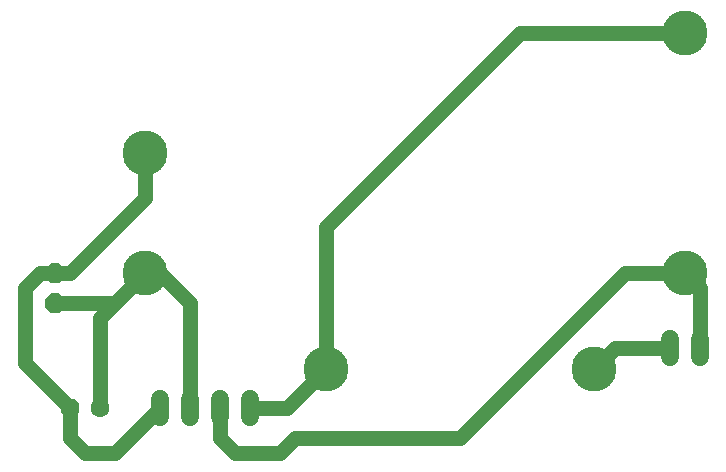
<source format=gbl>
G75*
%MOIN*%
%OFA0B0*%
%FSLAX25Y25*%
%IPPOS*%
%LPD*%
%AMOC8*
5,1,8,0,0,1.08239X$1,22.5*
%
%ADD10OC8,0.06600*%
%ADD11OC8,0.06300*%
%ADD12C,0.06300*%
%ADD13C,0.15000*%
%ADD14C,0.05937*%
%ADD15C,0.05000*%
D10*
X0016000Y0056000D03*
X0016000Y0066000D03*
D11*
X0021000Y0021000D03*
D12*
X0031000Y0021000D03*
D13*
X0046000Y0066000D03*
X0046000Y0106000D03*
X0106512Y0034110D03*
X0195882Y0034110D03*
X0226000Y0066000D03*
X0226000Y0146000D03*
D14*
X0221000Y0043969D02*
X0221000Y0038031D01*
X0231000Y0038031D02*
X0231000Y0043969D01*
X0081000Y0023969D02*
X0081000Y0018031D01*
X0071000Y0018031D02*
X0071000Y0023969D01*
X0061000Y0023969D02*
X0061000Y0018031D01*
X0051000Y0018031D02*
X0051000Y0023969D01*
D15*
X0026000Y0006000D02*
X0021000Y0011000D01*
X0021000Y0021000D01*
X0006000Y0036000D01*
X0006000Y0061000D01*
X0011000Y0066000D01*
X0016000Y0066000D01*
X0021000Y0066000D01*
X0046000Y0091000D01*
X0046000Y0106000D01*
X0046000Y0066000D02*
X0036000Y0056000D01*
X0016000Y0056000D01*
X0031000Y0051000D02*
X0036000Y0056000D01*
X0031000Y0051000D02*
X0031000Y0021000D01*
X0036000Y0006000D02*
X0051000Y0021000D01*
X0061000Y0021000D02*
X0061000Y0056000D01*
X0051000Y0066000D01*
X0046000Y0066000D01*
X0106512Y0081512D02*
X0106512Y0034110D01*
X0093402Y0021000D01*
X0081000Y0021000D01*
X0071000Y0021000D02*
X0071000Y0011000D01*
X0076000Y0006000D01*
X0091000Y0006000D01*
X0096000Y0011000D01*
X0151000Y0011000D01*
X0153500Y0013500D01*
X0206000Y0066000D01*
X0226000Y0066000D01*
X0231000Y0061000D01*
X0231000Y0041000D01*
X0221000Y0041000D02*
X0202736Y0040976D01*
X0195882Y0034110D01*
X0106512Y0081512D02*
X0171000Y0146000D01*
X0226000Y0146000D01*
X0036000Y0006000D02*
X0026000Y0006000D01*
M02*

</source>
